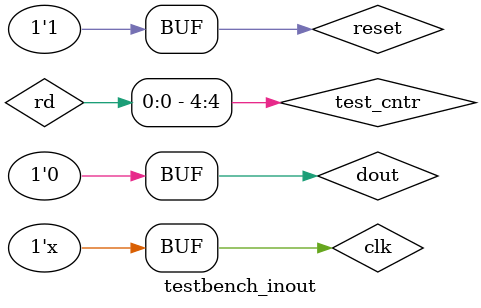
<source format=v>
`timescale      1ns/1ns
module inout_test
(
	input	wire		clk,
	input	wire		reset,
	inout   wire		testline,
	input	wire		rd,
	input	wire		wr,
	output  wire		monitor
);

reg			data_in, data_out;
reg	[7:0]	test_counter;
//reg 		inout_en;
wire[7:0]	test_counter_next;

assign 	test_counter_next = (test_counter == 200) ? 'd0 : (test_counter + 1'b1);

always @(posedge clk, negedge reset) begin
	if(!reset)
		test_counter <= 'd0;
	else 
		test_counter <= test_counter_next;
end



always @(posedge clk, negedge reset) begin
	if(!reset) begin
		data_out <= 0;
		data_in  <= 0;
	end
	else if(rd)
		data_out 	<= test_counter[1];
	else
		data_in		<= testline;
end

assign testline = (rd) ? data_out : 1'bz;
assign monitor  = data_in & (wr);

endmodule


module testbench_inout();

reg clk;
reg reset;
reg dout;
wire rd;
wire wr;

reg [7:0] test_cntr;

wire  din;
wire  dout_l;

assign  dout_l = (wr) ? test_cntr[2] : 1'bz;
assign  rd = test_cntr[4];
assign  wr = ~rd;

initial begin
	clk = 0;
	reset = 0;
	dout = 0;
	//rd   = 0;
	//wr   = 0;
	test_cntr = 0;
	#20 reset = 1;
end

always #5 clk = ~clk;

always @(posedge clk, negedge reset) begin
	if(!reset)
		test_cntr <= 0;
	else if(test_cntr >= 100)
		test_cntr <= 0;
	else
		test_cntr <= test_cntr + 1;
		
end

inout_test testunit
(
	.clk(clk),
	.reset(reset),
	.rd(rd),
	.wr(wr),
	.testline(dout_l),
	.monitor(din)
);

endmodule
</source>
